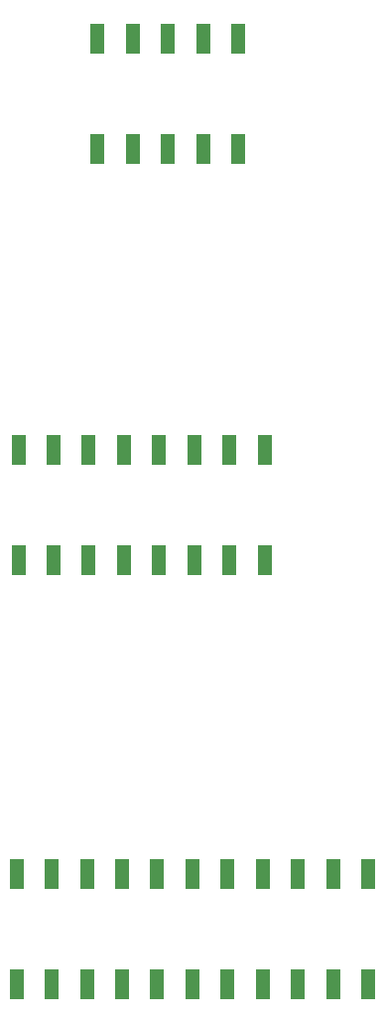
<source format=gbr>
%TF.GenerationSoftware,KiCad,Pcbnew,8.0.4*%
%TF.CreationDate,2024-07-29T20:22:16+09:30*%
%TF.ProjectId,2024_LED_Breakout_Board,32303234-5f4c-4454-945f-427265616b6f,rev?*%
%TF.SameCoordinates,Original*%
%TF.FileFunction,Paste,Bot*%
%TF.FilePolarity,Positive*%
%FSLAX46Y46*%
G04 Gerber Fmt 4.6, Leading zero omitted, Abs format (unit mm)*
G04 Created by KiCad (PCBNEW 8.0.4) date 2024-07-29 20:22:16*
%MOMM*%
%LPD*%
G01*
G04 APERTURE LIST*
%ADD10R,1.270000X2.540000*%
G04 APERTURE END LIST*
D10*
%TO.C,J2*%
X137200000Y-138700000D03*
X140200000Y-138700000D03*
X143200000Y-138700000D03*
X146200000Y-138700000D03*
X149200000Y-138700000D03*
X152200000Y-138700000D03*
X155200000Y-138700000D03*
X158200000Y-138700000D03*
X137200000Y-129300000D03*
X140200000Y-129300000D03*
X143200000Y-129300000D03*
X146200000Y-129300000D03*
X149200000Y-129300000D03*
X152200000Y-129300000D03*
X155200000Y-129300000D03*
X158200000Y-129300000D03*
%TD*%
%TO.C,J1*%
X143950000Y-103700000D03*
X146950000Y-103700000D03*
X149950000Y-103700000D03*
X152950000Y-103700000D03*
X155950000Y-103700000D03*
X143950000Y-94300000D03*
X146950000Y-94300000D03*
X149950000Y-94300000D03*
X152950000Y-94300000D03*
X155950000Y-94300000D03*
%TD*%
%TO.C,J3*%
X137050000Y-174900000D03*
X140050000Y-174900000D03*
X143050000Y-174900000D03*
X146050000Y-174900000D03*
X149050000Y-174900000D03*
X152050000Y-174900000D03*
X155050000Y-174900000D03*
X158050000Y-174900000D03*
X161050000Y-174900000D03*
X164050000Y-174900000D03*
X167050000Y-174900000D03*
X137050000Y-165500000D03*
X140050000Y-165500000D03*
X143050000Y-165500000D03*
X146050000Y-165500000D03*
X149050000Y-165500000D03*
X152050000Y-165500000D03*
X155050000Y-165500000D03*
X158050000Y-165500000D03*
X161050000Y-165500000D03*
X164050000Y-165500000D03*
X167050000Y-165500000D03*
%TD*%
M02*

</source>
